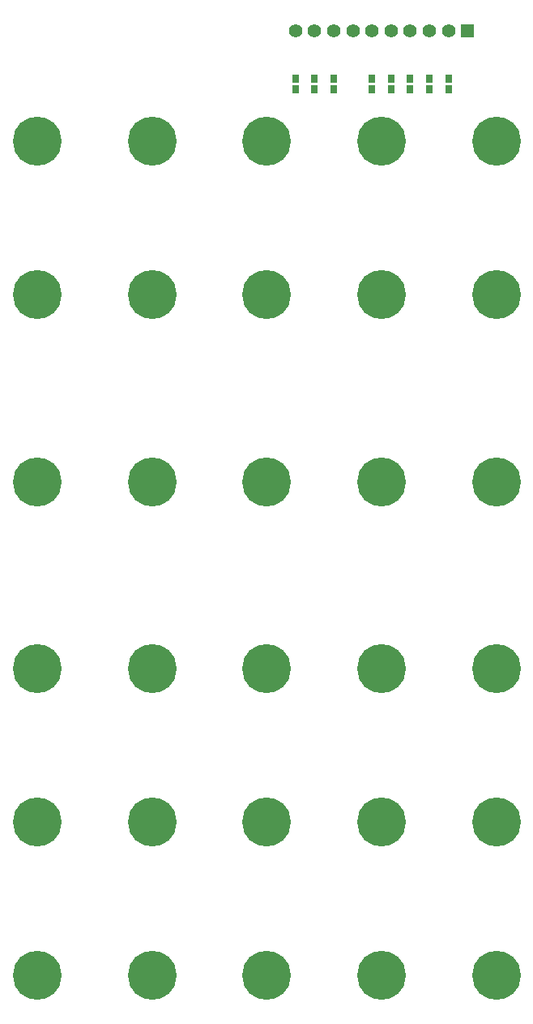
<source format=gbr>
%TF.GenerationSoftware,Altium Limited,Altium Designer,25.7.1 (20)*%
G04 Layer_Color=16711935*
%FSLAX45Y45*%
%MOMM*%
%TF.SameCoordinates,F992C923-051B-4CFE-8532-EDB8D3AF3AE8*%
%TF.FilePolarity,Negative*%
%TF.FileFunction,Soldermask,Bot*%
%TF.Part,Single*%
G01*
G75*
%TA.AperFunction,ComponentPad*%
%ADD29R,1.41000X1.41000*%
%ADD30C,1.41000*%
%TA.AperFunction,ViaPad*%
%ADD31C,5.10200*%
%TA.AperFunction,SMDPad,CuDef*%
%ADD32R,0.75200X0.90200*%
D29*
X15100002Y20450000D02*
D03*
D30*
X14900002D02*
D03*
X14700002D02*
D03*
X14500002D02*
D03*
X14300002D02*
D03*
X14100002D02*
D03*
X13900002D02*
D03*
X13700002D02*
D03*
X13500000D02*
D03*
X13300000D02*
D03*
D31*
X14200000Y10600000D02*
D03*
X15400000D02*
D03*
Y12200000D02*
D03*
X14200000D02*
D03*
X13000000D02*
D03*
X10600000Y10600000D02*
D03*
X11800000D02*
D03*
X13000000D02*
D03*
X11800000Y12200000D02*
D03*
X10600000D02*
D03*
Y13800000D02*
D03*
X11800000D02*
D03*
X13000000D02*
D03*
X14200000D02*
D03*
X15400000D02*
D03*
Y15750000D02*
D03*
X14200000D02*
D03*
X13000000D02*
D03*
X11800000D02*
D03*
X10600000D02*
D03*
Y17700000D02*
D03*
X11800000D02*
D03*
X13000000D02*
D03*
X14200000D02*
D03*
X15400000D02*
D03*
Y19300000D02*
D03*
X14200000D02*
D03*
X13000000D02*
D03*
X11800000D02*
D03*
X10600000D02*
D03*
D32*
X13300000Y19955000D02*
D03*
Y19845000D02*
D03*
X13499998Y19955000D02*
D03*
Y19845000D02*
D03*
X13700000Y19955000D02*
D03*
Y19845000D02*
D03*
X14099998Y19955000D02*
D03*
Y19845000D02*
D03*
X14300000Y19955000D02*
D03*
Y19845000D02*
D03*
X14499998Y19955000D02*
D03*
Y19845000D02*
D03*
X14700000Y19955000D02*
D03*
Y19845000D02*
D03*
X14899998Y19955000D02*
D03*
Y19845000D02*
D03*
%TF.MD5,d67501f5724ad97fd3e1f53e0fc19a83*%
M02*

</source>
